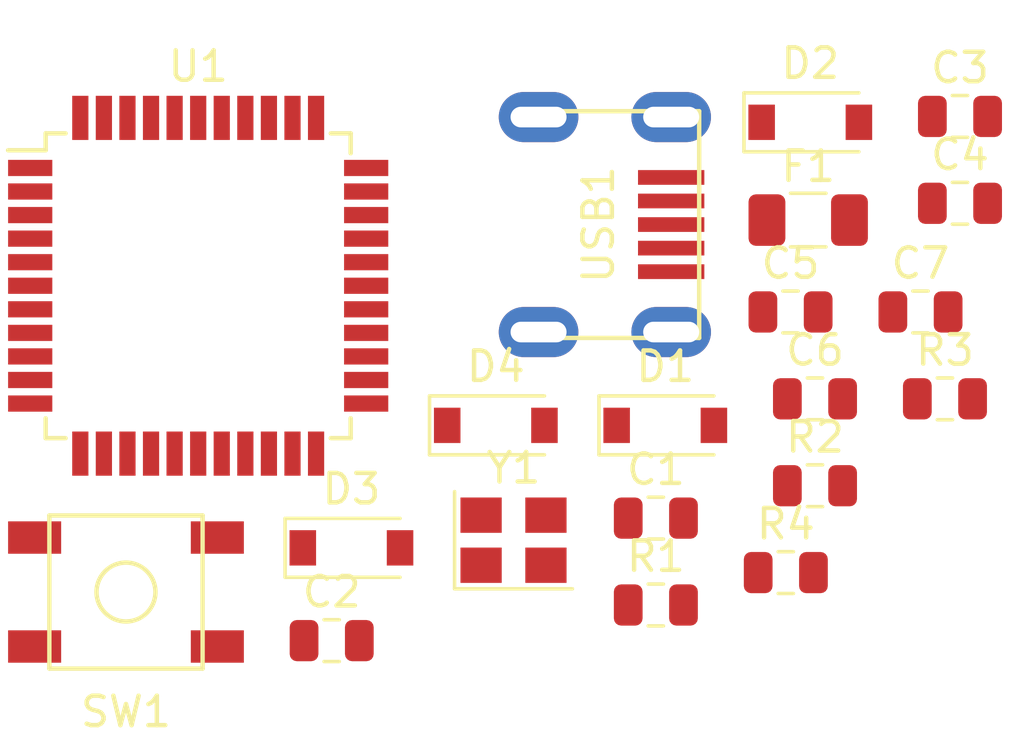
<source format=kicad_pcb>
(kicad_pcb (version 20171130) (host pcbnew "(5.1.5)-3")

  (general
    (thickness 1.6)
    (drawings 0)
    (tracks 0)
    (zones 0)
    (modules 20)
    (nets 47)
  )

  (page A4)
  (layers
    (0 F.Cu signal)
    (31 B.Cu signal)
    (32 B.Adhes user)
    (33 F.Adhes user)
    (34 B.Paste user)
    (35 F.Paste user)
    (36 B.SilkS user)
    (37 F.SilkS user)
    (38 B.Mask user)
    (39 F.Mask user)
    (40 Dwgs.User user)
    (41 Cmts.User user)
    (42 Eco1.User user)
    (43 Eco2.User user)
    (44 Edge.Cuts user)
    (45 Margin user)
    (46 B.CrtYd user)
    (47 F.CrtYd user)
    (48 B.Fab user)
    (49 F.Fab user)
  )

  (setup
    (last_trace_width 0.25)
    (trace_clearance 0.2)
    (zone_clearance 0.508)
    (zone_45_only no)
    (trace_min 0.2)
    (via_size 0.8)
    (via_drill 0.4)
    (via_min_size 0.4)
    (via_min_drill 0.3)
    (uvia_size 0.3)
    (uvia_drill 0.1)
    (uvias_allowed no)
    (uvia_min_size 0.2)
    (uvia_min_drill 0.1)
    (edge_width 0.05)
    (segment_width 0.2)
    (pcb_text_width 0.3)
    (pcb_text_size 1.5 1.5)
    (mod_edge_width 0.12)
    (mod_text_size 1 1)
    (mod_text_width 0.15)
    (pad_size 1.524 1.524)
    (pad_drill 0.762)
    (pad_to_mask_clearance 0.051)
    (solder_mask_min_width 0.25)
    (aux_axis_origin 0 0)
    (visible_elements FFFFFF7F)
    (pcbplotparams
      (layerselection 0x010fc_ffffffff)
      (usegerberextensions false)
      (usegerberattributes false)
      (usegerberadvancedattributes false)
      (creategerberjobfile false)
      (excludeedgelayer true)
      (linewidth 0.100000)
      (plotframeref false)
      (viasonmask false)
      (mode 1)
      (useauxorigin false)
      (hpglpennumber 1)
      (hpglpenspeed 20)
      (hpglpendiameter 15.000000)
      (psnegative false)
      (psa4output false)
      (plotreference true)
      (plotvalue true)
      (plotinvisibletext false)
      (padsonsilk false)
      (subtractmaskfromsilk false)
      (outputformat 1)
      (mirror false)
      (drillshape 1)
      (scaleselection 1)
      (outputdirectory ""))
  )

  (net 0 "")
  (net 1 GND)
  (net 2 "Net-(C1-Pad1)")
  (net 3 "Net-(C2-Pad1)")
  (net 4 "Net-(C3-Pad1)")
  (net 5 +5V)
  (net 6 "Net-(D1-Pad2)")
  (net 7 ROW0)
  (net 8 "Net-(D2-Pad2)")
  (net 9 "Net-(D3-Pad2)")
  (net 10 ROW1)
  (net 11 "Net-(D4-Pad2)")
  (net 12 VCC)
  (net 13 "Net-(R1-Pad2)")
  (net 14 "Net-(R2-Pad2)")
  (net 15 D+)
  (net 16 "Net-(R3-Pad2)")
  (net 17 D-)
  (net 18 "Net-(R4-Pad2)")
  (net 19 "Net-(U1-Pad42)")
  (net 20 "Net-(U1-Pad41)")
  (net 21 "Net-(U1-Pad40)")
  (net 22 "Net-(U1-Pad39)")
  (net 23 "Net-(U1-Pad38)")
  (net 24 "Net-(U1-Pad37)")
  (net 25 "Net-(U1-Pad36)")
  (net 26 "Net-(U1-Pad32)")
  (net 27 "Net-(U1-Pad31)")
  (net 28 "Net-(U1-Pad30)")
  (net 29 "Net-(U1-Pad29)")
  (net 30 "Net-(U1-Pad28)")
  (net 31 "Net-(U1-Pad27)")
  (net 32 "Net-(U1-Pad26)")
  (net 33 "Net-(U1-Pad25)")
  (net 34 "Net-(U1-Pad22)")
  (net 35 "Net-(U1-Pad21)")
  (net 36 "Net-(U1-Pad20)")
  (net 37 "Net-(U1-Pad19)")
  (net 38 "Net-(U1-Pad18)")
  (net 39 "Net-(U1-Pad12)")
  (net 40 "Net-(U1-Pad11)")
  (net 41 "Net-(U1-Pad10)")
  (net 42 "Net-(U1-Pad9)")
  (net 43 "Net-(U1-Pad8)")
  (net 44 "Net-(U1-Pad1)")
  (net 45 "Net-(USB1-Pad5)")
  (net 46 "Net-(USB1-Pad2)")

  (net_class Default "This is the default net class."
    (clearance 0.2)
    (trace_width 0.25)
    (via_dia 0.8)
    (via_drill 0.4)
    (uvia_dia 0.3)
    (uvia_drill 0.1)
    (add_net +5V)
    (add_net D+)
    (add_net D-)
    (add_net GND)
    (add_net "Net-(C1-Pad1)")
    (add_net "Net-(C2-Pad1)")
    (add_net "Net-(C3-Pad1)")
    (add_net "Net-(D1-Pad2)")
    (add_net "Net-(D2-Pad2)")
    (add_net "Net-(D3-Pad2)")
    (add_net "Net-(D4-Pad2)")
    (add_net "Net-(R1-Pad2)")
    (add_net "Net-(R2-Pad2)")
    (add_net "Net-(R3-Pad2)")
    (add_net "Net-(R4-Pad2)")
    (add_net "Net-(U1-Pad1)")
    (add_net "Net-(U1-Pad10)")
    (add_net "Net-(U1-Pad11)")
    (add_net "Net-(U1-Pad12)")
    (add_net "Net-(U1-Pad18)")
    (add_net "Net-(U1-Pad19)")
    (add_net "Net-(U1-Pad20)")
    (add_net "Net-(U1-Pad21)")
    (add_net "Net-(U1-Pad22)")
    (add_net "Net-(U1-Pad25)")
    (add_net "Net-(U1-Pad26)")
    (add_net "Net-(U1-Pad27)")
    (add_net "Net-(U1-Pad28)")
    (add_net "Net-(U1-Pad29)")
    (add_net "Net-(U1-Pad30)")
    (add_net "Net-(U1-Pad31)")
    (add_net "Net-(U1-Pad32)")
    (add_net "Net-(U1-Pad36)")
    (add_net "Net-(U1-Pad37)")
    (add_net "Net-(U1-Pad38)")
    (add_net "Net-(U1-Pad39)")
    (add_net "Net-(U1-Pad40)")
    (add_net "Net-(U1-Pad41)")
    (add_net "Net-(U1-Pad42)")
    (add_net "Net-(U1-Pad8)")
    (add_net "Net-(U1-Pad9)")
    (add_net "Net-(USB1-Pad2)")
    (add_net "Net-(USB1-Pad5)")
    (add_net ROW0)
    (add_net ROW1)
    (add_net VCC)
  )

  (module Crystal:Crystal_SMD_3225-4Pin_3.2x2.5mm (layer F.Cu) (tedit 5A0FD1B2) (tstamp 5E74C16E)
    (at 324.606251 93.152501)
    (descr "SMD Crystal SERIES SMD3225/4 http://www.txccrystal.com/images/pdf/7m-accuracy.pdf, 3.2x2.5mm^2 package")
    (tags "SMD SMT crystal")
    (path /5E755EF1)
    (attr smd)
    (fp_text reference Y1 (at 0 -2.45) (layer F.SilkS)
      (effects (font (size 1 1) (thickness 0.15)))
    )
    (fp_text value 16Mhz (at 0 2.45) (layer F.Fab)
      (effects (font (size 1 1) (thickness 0.15)))
    )
    (fp_line (start 2.1 -1.7) (end -2.1 -1.7) (layer F.CrtYd) (width 0.05))
    (fp_line (start 2.1 1.7) (end 2.1 -1.7) (layer F.CrtYd) (width 0.05))
    (fp_line (start -2.1 1.7) (end 2.1 1.7) (layer F.CrtYd) (width 0.05))
    (fp_line (start -2.1 -1.7) (end -2.1 1.7) (layer F.CrtYd) (width 0.05))
    (fp_line (start -2 1.65) (end 2 1.65) (layer F.SilkS) (width 0.12))
    (fp_line (start -2 -1.65) (end -2 1.65) (layer F.SilkS) (width 0.12))
    (fp_line (start -1.6 0.25) (end -0.6 1.25) (layer F.Fab) (width 0.1))
    (fp_line (start 1.6 -1.25) (end -1.6 -1.25) (layer F.Fab) (width 0.1))
    (fp_line (start 1.6 1.25) (end 1.6 -1.25) (layer F.Fab) (width 0.1))
    (fp_line (start -1.6 1.25) (end 1.6 1.25) (layer F.Fab) (width 0.1))
    (fp_line (start -1.6 -1.25) (end -1.6 1.25) (layer F.Fab) (width 0.1))
    (fp_text user %R (at 0 0) (layer F.Fab)
      (effects (font (size 0.7 0.7) (thickness 0.105)))
    )
    (pad 4 smd rect (at -1.1 -0.85) (size 1.4 1.2) (layers F.Cu F.Paste F.Mask)
      (net 1 GND))
    (pad 3 smd rect (at 1.1 -0.85) (size 1.4 1.2) (layers F.Cu F.Paste F.Mask)
      (net 3 "Net-(C2-Pad1)"))
    (pad 2 smd rect (at 1.1 0.85) (size 1.4 1.2) (layers F.Cu F.Paste F.Mask)
      (net 1 GND))
    (pad 1 smd rect (at -1.1 0.85) (size 1.4 1.2) (layers F.Cu F.Paste F.Mask)
      (net 2 "Net-(C1-Pad1)"))
    (model ${KISYS3DMOD}/Crystal.3dshapes/Crystal_SMD_3225-4Pin_3.2x2.5mm.wrl
      (at (xyz 0 0 0))
      (scale (xyz 1 1 1))
      (rotate (xyz 0 0 0))
    )
  )

  (module random-keyboard-parts:Molex-0548190589 (layer F.Cu) (tedit 5C494815) (tstamp 5E74C045)
    (at 325.456251 82.434501)
    (path /5E782A86)
    (attr smd)
    (fp_text reference USB1 (at 2.032 0 90) (layer F.SilkS)
      (effects (font (size 1 1) (thickness 0.15)))
    )
    (fp_text value Molex-0548190589 (at -5.08 0 90) (layer Dwgs.User)
      (effects (font (size 1 1) (thickness 0.15)))
    )
    (fp_text user %R (at 2 0 90) (layer F.CrtYd)
      (effects (font (size 1 1) (thickness 0.15)))
    )
    (fp_line (start 3.25 -1.25) (end 5.5 -1.25) (layer F.CrtYd) (width 0.15))
    (fp_line (start 5.5 -0.5) (end 3.25 -0.5) (layer F.CrtYd) (width 0.15))
    (fp_line (start 3.25 0.5) (end 5.5 0.5) (layer F.CrtYd) (width 0.15))
    (fp_line (start 5.5 1.25) (end 3.25 1.25) (layer F.CrtYd) (width 0.15))
    (fp_line (start 3.25 2) (end 5.5 2) (layer F.CrtYd) (width 0.15))
    (fp_line (start 3.25 -2) (end 3.25 2) (layer F.CrtYd) (width 0.15))
    (fp_line (start 5.5 -2) (end 3.25 -2) (layer F.CrtYd) (width 0.15))
    (fp_line (start -3.75 3.75) (end -3.75 -3.75) (layer F.CrtYd) (width 0.15))
    (fp_line (start 5.5 3.75) (end -3.75 3.75) (layer F.CrtYd) (width 0.15))
    (fp_line (start 5.5 -3.75) (end 5.5 3.75) (layer F.CrtYd) (width 0.15))
    (fp_line (start -3.75 -3.75) (end 5.5 -3.75) (layer F.CrtYd) (width 0.15))
    (fp_line (start 0 -3.85) (end 5.45 -3.85) (layer F.SilkS) (width 0.15))
    (fp_line (start 0 3.85) (end 5.45 3.85) (layer F.SilkS) (width 0.15))
    (fp_line (start 5.45 -3.85) (end 5.45 3.85) (layer F.SilkS) (width 0.15))
    (fp_line (start -3.75 -3.85) (end 0 -3.85) (layer Dwgs.User) (width 0.15))
    (fp_line (start -3.75 3.85) (end 0 3.85) (layer Dwgs.User) (width 0.15))
    (fp_line (start -1.75 -4.572) (end -1.75 4.572) (layer Dwgs.User) (width 0.15))
    (fp_line (start -3.75 -3.85) (end -3.75 3.85) (layer Dwgs.User) (width 0.15))
    (pad 6 thru_hole oval (at 0 -3.65) (size 2.7 1.7) (drill oval 1.9 0.7) (layers *.Cu *.Mask)
      (net 12 VCC))
    (pad 6 thru_hole oval (at 0 3.65) (size 2.7 1.7) (drill oval 1.9 0.7) (layers *.Cu *.Mask)
      (net 12 VCC))
    (pad 6 thru_hole oval (at 4.5 3.65) (size 2.7 1.7) (drill oval 1.9 0.7) (layers *.Cu *.Mask)
      (net 12 VCC))
    (pad 6 thru_hole oval (at 4.5 -3.65) (size 2.7 1.7) (drill oval 1.9 0.7) (layers *.Cu *.Mask)
      (net 12 VCC))
    (pad 5 smd rect (at 4.5 -1.6) (size 2.25 0.5) (layers F.Cu F.Paste F.Mask)
      (net 45 "Net-(USB1-Pad5)"))
    (pad 4 smd rect (at 4.5 -0.8) (size 2.25 0.5) (layers F.Cu F.Paste F.Mask)
      (net 17 D-))
    (pad 3 smd rect (at 4.5 0) (size 2.25 0.5) (layers F.Cu F.Paste F.Mask)
      (net 15 D+))
    (pad 2 smd rect (at 4.5 0.8) (size 2.25 0.5) (layers F.Cu F.Paste F.Mask)
      (net 46 "Net-(USB1-Pad2)"))
    (pad 1 smd rect (at 4.5 1.6) (size 2.25 0.5) (layers F.Cu F.Paste F.Mask)
      (net 1 GND))
  )

  (module Package_QFP:TQFP-44_10x10mm_P0.8mm (layer F.Cu) (tedit 5A02F146) (tstamp 5E74C27E)
    (at 313.906251 84.512501)
    (descr "44-Lead Plastic Thin Quad Flatpack (PT) - 10x10x1.0 mm Body [TQFP] (see Microchip Packaging Specification 00000049BS.pdf)")
    (tags "QFP 0.8")
    (path /5E7458E4)
    (attr smd)
    (fp_text reference U1 (at 0 -7.45) (layer F.SilkS)
      (effects (font (size 1 1) (thickness 0.15)))
    )
    (fp_text value ATmega32U4-AU (at 0 7.45) (layer F.Fab)
      (effects (font (size 1 1) (thickness 0.15)))
    )
    (fp_line (start -5.175 -4.6) (end -6.45 -4.6) (layer F.SilkS) (width 0.15))
    (fp_line (start 5.175 -5.175) (end 4.5 -5.175) (layer F.SilkS) (width 0.15))
    (fp_line (start 5.175 5.175) (end 4.5 5.175) (layer F.SilkS) (width 0.15))
    (fp_line (start -5.175 5.175) (end -4.5 5.175) (layer F.SilkS) (width 0.15))
    (fp_line (start -5.175 -5.175) (end -4.5 -5.175) (layer F.SilkS) (width 0.15))
    (fp_line (start -5.175 5.175) (end -5.175 4.5) (layer F.SilkS) (width 0.15))
    (fp_line (start 5.175 5.175) (end 5.175 4.5) (layer F.SilkS) (width 0.15))
    (fp_line (start 5.175 -5.175) (end 5.175 -4.5) (layer F.SilkS) (width 0.15))
    (fp_line (start -5.175 -5.175) (end -5.175 -4.6) (layer F.SilkS) (width 0.15))
    (fp_line (start -6.7 6.7) (end 6.7 6.7) (layer F.CrtYd) (width 0.05))
    (fp_line (start -6.7 -6.7) (end 6.7 -6.7) (layer F.CrtYd) (width 0.05))
    (fp_line (start 6.7 -6.7) (end 6.7 6.7) (layer F.CrtYd) (width 0.05))
    (fp_line (start -6.7 -6.7) (end -6.7 6.7) (layer F.CrtYd) (width 0.05))
    (fp_line (start -5 -4) (end -4 -5) (layer F.Fab) (width 0.15))
    (fp_line (start -5 5) (end -5 -4) (layer F.Fab) (width 0.15))
    (fp_line (start 5 5) (end -5 5) (layer F.Fab) (width 0.15))
    (fp_line (start 5 -5) (end 5 5) (layer F.Fab) (width 0.15))
    (fp_line (start -4 -5) (end 5 -5) (layer F.Fab) (width 0.15))
    (fp_text user %R (at 0 0) (layer F.Fab)
      (effects (font (size 1 1) (thickness 0.15)))
    )
    (pad 44 smd rect (at -4 -5.7 90) (size 1.5 0.55) (layers F.Cu F.Paste F.Mask)
      (net 5 +5V))
    (pad 43 smd rect (at -3.2 -5.7 90) (size 1.5 0.55) (layers F.Cu F.Paste F.Mask)
      (net 1 GND))
    (pad 42 smd rect (at -2.4 -5.7 90) (size 1.5 0.55) (layers F.Cu F.Paste F.Mask)
      (net 19 "Net-(U1-Pad42)"))
    (pad 41 smd rect (at -1.6 -5.7 90) (size 1.5 0.55) (layers F.Cu F.Paste F.Mask)
      (net 20 "Net-(U1-Pad41)"))
    (pad 40 smd rect (at -0.8 -5.7 90) (size 1.5 0.55) (layers F.Cu F.Paste F.Mask)
      (net 21 "Net-(U1-Pad40)"))
    (pad 39 smd rect (at 0 -5.7 90) (size 1.5 0.55) (layers F.Cu F.Paste F.Mask)
      (net 22 "Net-(U1-Pad39)"))
    (pad 38 smd rect (at 0.8 -5.7 90) (size 1.5 0.55) (layers F.Cu F.Paste F.Mask)
      (net 23 "Net-(U1-Pad38)"))
    (pad 37 smd rect (at 1.6 -5.7 90) (size 1.5 0.55) (layers F.Cu F.Paste F.Mask)
      (net 24 "Net-(U1-Pad37)"))
    (pad 36 smd rect (at 2.4 -5.7 90) (size 1.5 0.55) (layers F.Cu F.Paste F.Mask)
      (net 25 "Net-(U1-Pad36)"))
    (pad 35 smd rect (at 3.2 -5.7 90) (size 1.5 0.55) (layers F.Cu F.Paste F.Mask)
      (net 1 GND))
    (pad 34 smd rect (at 4 -5.7 90) (size 1.5 0.55) (layers F.Cu F.Paste F.Mask)
      (net 5 +5V))
    (pad 33 smd rect (at 5.7 -4) (size 1.5 0.55) (layers F.Cu F.Paste F.Mask)
      (net 18 "Net-(R4-Pad2)"))
    (pad 32 smd rect (at 5.7 -3.2) (size 1.5 0.55) (layers F.Cu F.Paste F.Mask)
      (net 26 "Net-(U1-Pad32)"))
    (pad 31 smd rect (at 5.7 -2.4) (size 1.5 0.55) (layers F.Cu F.Paste F.Mask)
      (net 27 "Net-(U1-Pad31)"))
    (pad 30 smd rect (at 5.7 -1.6) (size 1.5 0.55) (layers F.Cu F.Paste F.Mask)
      (net 28 "Net-(U1-Pad30)"))
    (pad 29 smd rect (at 5.7 -0.8) (size 1.5 0.55) (layers F.Cu F.Paste F.Mask)
      (net 29 "Net-(U1-Pad29)"))
    (pad 28 smd rect (at 5.7 0) (size 1.5 0.55) (layers F.Cu F.Paste F.Mask)
      (net 30 "Net-(U1-Pad28)"))
    (pad 27 smd rect (at 5.7 0.8) (size 1.5 0.55) (layers F.Cu F.Paste F.Mask)
      (net 31 "Net-(U1-Pad27)"))
    (pad 26 smd rect (at 5.7 1.6) (size 1.5 0.55) (layers F.Cu F.Paste F.Mask)
      (net 32 "Net-(U1-Pad26)"))
    (pad 25 smd rect (at 5.7 2.4) (size 1.5 0.55) (layers F.Cu F.Paste F.Mask)
      (net 33 "Net-(U1-Pad25)"))
    (pad 24 smd rect (at 5.7 3.2) (size 1.5 0.55) (layers F.Cu F.Paste F.Mask)
      (net 5 +5V))
    (pad 23 smd rect (at 5.7 4) (size 1.5 0.55) (layers F.Cu F.Paste F.Mask)
      (net 1 GND))
    (pad 22 smd rect (at 4 5.7 90) (size 1.5 0.55) (layers F.Cu F.Paste F.Mask)
      (net 34 "Net-(U1-Pad22)"))
    (pad 21 smd rect (at 3.2 5.7 90) (size 1.5 0.55) (layers F.Cu F.Paste F.Mask)
      (net 35 "Net-(U1-Pad21)"))
    (pad 20 smd rect (at 2.4 5.7 90) (size 1.5 0.55) (layers F.Cu F.Paste F.Mask)
      (net 36 "Net-(U1-Pad20)"))
    (pad 19 smd rect (at 1.6 5.7 90) (size 1.5 0.55) (layers F.Cu F.Paste F.Mask)
      (net 37 "Net-(U1-Pad19)"))
    (pad 18 smd rect (at 0.8 5.7 90) (size 1.5 0.55) (layers F.Cu F.Paste F.Mask)
      (net 38 "Net-(U1-Pad18)"))
    (pad 17 smd rect (at 0 5.7 90) (size 1.5 0.55) (layers F.Cu F.Paste F.Mask)
      (net 2 "Net-(C1-Pad1)"))
    (pad 16 smd rect (at -0.8 5.7 90) (size 1.5 0.55) (layers F.Cu F.Paste F.Mask)
      (net 3 "Net-(C2-Pad1)"))
    (pad 15 smd rect (at -1.6 5.7 90) (size 1.5 0.55) (layers F.Cu F.Paste F.Mask)
      (net 1 GND))
    (pad 14 smd rect (at -2.4 5.7 90) (size 1.5 0.55) (layers F.Cu F.Paste F.Mask)
      (net 5 +5V))
    (pad 13 smd rect (at -3.2 5.7 90) (size 1.5 0.55) (layers F.Cu F.Paste F.Mask)
      (net 13 "Net-(R1-Pad2)"))
    (pad 12 smd rect (at -4 5.7 90) (size 1.5 0.55) (layers F.Cu F.Paste F.Mask)
      (net 39 "Net-(U1-Pad12)"))
    (pad 11 smd rect (at -5.7 4) (size 1.5 0.55) (layers F.Cu F.Paste F.Mask)
      (net 40 "Net-(U1-Pad11)"))
    (pad 10 smd rect (at -5.7 3.2) (size 1.5 0.55) (layers F.Cu F.Paste F.Mask)
      (net 41 "Net-(U1-Pad10)"))
    (pad 9 smd rect (at -5.7 2.4) (size 1.5 0.55) (layers F.Cu F.Paste F.Mask)
      (net 42 "Net-(U1-Pad9)"))
    (pad 8 smd rect (at -5.7 1.6) (size 1.5 0.55) (layers F.Cu F.Paste F.Mask)
      (net 43 "Net-(U1-Pad8)"))
    (pad 7 smd rect (at -5.7 0.8) (size 1.5 0.55) (layers F.Cu F.Paste F.Mask)
      (net 5 +5V))
    (pad 6 smd rect (at -5.7 0) (size 1.5 0.55) (layers F.Cu F.Paste F.Mask)
      (net 4 "Net-(C3-Pad1)"))
    (pad 5 smd rect (at -5.7 -0.8) (size 1.5 0.55) (layers F.Cu F.Paste F.Mask)
      (net 1 GND))
    (pad 4 smd rect (at -5.7 -1.6) (size 1.5 0.55) (layers F.Cu F.Paste F.Mask)
      (net 14 "Net-(R2-Pad2)"))
    (pad 3 smd rect (at -5.7 -2.4) (size 1.5 0.55) (layers F.Cu F.Paste F.Mask)
      (net 16 "Net-(R3-Pad2)"))
    (pad 2 smd rect (at -5.7 -3.2) (size 1.5 0.55) (layers F.Cu F.Paste F.Mask)
      (net 5 +5V))
    (pad 1 smd rect (at -5.7 -4) (size 1.5 0.55) (layers F.Cu F.Paste F.Mask)
      (net 44 "Net-(U1-Pad1)"))
    (model ${KISYS3DMOD}/Package_QFP.3dshapes/TQFP-44_10x10mm_P0.8mm.wrl
      (at (xyz 0 0 0))
      (scale (xyz 1 1 1))
      (rotate (xyz 0 0 0))
    )
  )

  (module random-keyboard-parts:SKQG-1155865 (layer F.Cu) (tedit 5C42C5DE) (tstamp 5E74C31F)
    (at 311.456251 94.912501)
    (path /5E76291E)
    (attr smd)
    (fp_text reference SW1 (at 0 4.064) (layer F.SilkS)
      (effects (font (size 1 1) (thickness 0.15)))
    )
    (fp_text value SW_Push (at 0 -4.064) (layer F.Fab)
      (effects (font (size 1 1) (thickness 0.15)))
    )
    (fp_line (start -2.6 -2.6) (end 2.6 -2.6) (layer F.SilkS) (width 0.15))
    (fp_line (start 2.6 -2.6) (end 2.6 2.6) (layer F.SilkS) (width 0.15))
    (fp_line (start 2.6 2.6) (end -2.6 2.6) (layer F.SilkS) (width 0.15))
    (fp_line (start -2.6 2.6) (end -2.6 -2.6) (layer F.SilkS) (width 0.15))
    (fp_circle (center 0 0) (end 1 0) (layer F.SilkS) (width 0.15))
    (fp_line (start -4.2 -2.6) (end 4.2 -2.6) (layer F.Fab) (width 0.15))
    (fp_line (start 4.2 -2.6) (end 4.2 -1.2) (layer F.Fab) (width 0.15))
    (fp_line (start 4.2 -1.1) (end 2.6 -1.1) (layer F.Fab) (width 0.15))
    (fp_line (start 2.6 -1.1) (end 2.6 1.1) (layer F.Fab) (width 0.15))
    (fp_line (start 2.6 1.1) (end 4.2 1.1) (layer F.Fab) (width 0.15))
    (fp_line (start 4.2 1.1) (end 4.2 2.6) (layer F.Fab) (width 0.15))
    (fp_line (start 4.2 2.6) (end -4.2 2.6) (layer F.Fab) (width 0.15))
    (fp_line (start -4.2 2.6) (end -4.2 1.1) (layer F.Fab) (width 0.15))
    (fp_line (start -4.2 1.1) (end -2.6 1.1) (layer F.Fab) (width 0.15))
    (fp_line (start -2.6 1.1) (end -2.6 -1.1) (layer F.Fab) (width 0.15))
    (fp_line (start -2.6 -1.1) (end -4.2 -1.1) (layer F.Fab) (width 0.15))
    (fp_line (start -4.2 -1.1) (end -4.2 -2.6) (layer F.Fab) (width 0.15))
    (fp_circle (center 0 0) (end 1 0) (layer F.Fab) (width 0.15))
    (fp_line (start -2.6 -1.1) (end -1.1 -2.6) (layer F.Fab) (width 0.15))
    (fp_line (start 2.6 -1.1) (end 1.1 -2.6) (layer F.Fab) (width 0.15))
    (fp_line (start 2.6 1.1) (end 1.1 2.6) (layer F.Fab) (width 0.15))
    (fp_line (start -2.6 1.1) (end -1.1 2.6) (layer F.Fab) (width 0.15))
    (pad 4 smd rect (at -3.1 1.85) (size 1.8 1.1) (layers F.Cu F.Paste F.Mask))
    (pad 3 smd rect (at 3.1 -1.85) (size 1.8 1.1) (layers F.Cu F.Paste F.Mask))
    (pad 2 smd rect (at -3.1 -1.85) (size 1.8 1.1) (layers F.Cu F.Paste F.Mask)
      (net 13 "Net-(R1-Pad2)"))
    (pad 1 smd rect (at 3.1 1.85) (size 1.8 1.1) (layers F.Cu F.Paste F.Mask)
      (net 1 GND))
  )

  (module Resistor_SMD:R_0805_2012Metric (layer F.Cu) (tedit 5B36C52B) (tstamp 5E74C093)
    (at 333.846251 94.252501)
    (descr "Resistor SMD 0805 (2012 Metric), square (rectangular) end terminal, IPC_7351 nominal, (Body size source: https://docs.google.com/spreadsheets/d/1BsfQQcO9C6DZCsRaXUlFlo91Tg2WpOkGARC1WS5S8t0/edit?usp=sharing), generated with kicad-footprint-generator")
    (tags resistor)
    (path /5E74BEE0)
    (attr smd)
    (fp_text reference R4 (at 0 -1.65) (layer F.SilkS)
      (effects (font (size 1 1) (thickness 0.15)))
    )
    (fp_text value 10k (at 0 1.65) (layer F.Fab)
      (effects (font (size 1 1) (thickness 0.15)))
    )
    (fp_text user %R (at 0 0) (layer F.Fab)
      (effects (font (size 0.5 0.5) (thickness 0.08)))
    )
    (fp_line (start 1.68 0.95) (end -1.68 0.95) (layer F.CrtYd) (width 0.05))
    (fp_line (start 1.68 -0.95) (end 1.68 0.95) (layer F.CrtYd) (width 0.05))
    (fp_line (start -1.68 -0.95) (end 1.68 -0.95) (layer F.CrtYd) (width 0.05))
    (fp_line (start -1.68 0.95) (end -1.68 -0.95) (layer F.CrtYd) (width 0.05))
    (fp_line (start -0.258578 0.71) (end 0.258578 0.71) (layer F.SilkS) (width 0.12))
    (fp_line (start -0.258578 -0.71) (end 0.258578 -0.71) (layer F.SilkS) (width 0.12))
    (fp_line (start 1 0.6) (end -1 0.6) (layer F.Fab) (width 0.1))
    (fp_line (start 1 -0.6) (end 1 0.6) (layer F.Fab) (width 0.1))
    (fp_line (start -1 -0.6) (end 1 -0.6) (layer F.Fab) (width 0.1))
    (fp_line (start -1 0.6) (end -1 -0.6) (layer F.Fab) (width 0.1))
    (pad 2 smd roundrect (at 0.9375 0) (size 0.975 1.4) (layers F.Cu F.Paste F.Mask) (roundrect_rratio 0.25)
      (net 18 "Net-(R4-Pad2)"))
    (pad 1 smd roundrect (at -0.9375 0) (size 0.975 1.4) (layers F.Cu F.Paste F.Mask) (roundrect_rratio 0.25)
      (net 1 GND))
    (model ${KISYS3DMOD}/Resistor_SMD.3dshapes/R_0805_2012Metric.wrl
      (at (xyz 0 0 0))
      (scale (xyz 1 1 1))
      (rotate (xyz 0 0 0))
    )
  )

  (module Resistor_SMD:R_0805_2012Metric (layer F.Cu) (tedit 5B36C52B) (tstamp 5E74C369)
    (at 339.246251 88.352501)
    (descr "Resistor SMD 0805 (2012 Metric), square (rectangular) end terminal, IPC_7351 nominal, (Body size source: https://docs.google.com/spreadsheets/d/1BsfQQcO9C6DZCsRaXUlFlo91Tg2WpOkGARC1WS5S8t0/edit?usp=sharing), generated with kicad-footprint-generator")
    (tags resistor)
    (path /5E76DF04)
    (attr smd)
    (fp_text reference R3 (at 0 -1.65) (layer F.SilkS)
      (effects (font (size 1 1) (thickness 0.15)))
    )
    (fp_text value 22 (at 0 1.65) (layer F.Fab)
      (effects (font (size 1 1) (thickness 0.15)))
    )
    (fp_text user %R (at 0 0) (layer F.Fab)
      (effects (font (size 0.5 0.5) (thickness 0.08)))
    )
    (fp_line (start 1.68 0.95) (end -1.68 0.95) (layer F.CrtYd) (width 0.05))
    (fp_line (start 1.68 -0.95) (end 1.68 0.95) (layer F.CrtYd) (width 0.05))
    (fp_line (start -1.68 -0.95) (end 1.68 -0.95) (layer F.CrtYd) (width 0.05))
    (fp_line (start -1.68 0.95) (end -1.68 -0.95) (layer F.CrtYd) (width 0.05))
    (fp_line (start -0.258578 0.71) (end 0.258578 0.71) (layer F.SilkS) (width 0.12))
    (fp_line (start -0.258578 -0.71) (end 0.258578 -0.71) (layer F.SilkS) (width 0.12))
    (fp_line (start 1 0.6) (end -1 0.6) (layer F.Fab) (width 0.1))
    (fp_line (start 1 -0.6) (end 1 0.6) (layer F.Fab) (width 0.1))
    (fp_line (start -1 -0.6) (end 1 -0.6) (layer F.Fab) (width 0.1))
    (fp_line (start -1 0.6) (end -1 -0.6) (layer F.Fab) (width 0.1))
    (pad 2 smd roundrect (at 0.9375 0) (size 0.975 1.4) (layers F.Cu F.Paste F.Mask) (roundrect_rratio 0.25)
      (net 16 "Net-(R3-Pad2)"))
    (pad 1 smd roundrect (at -0.9375 0) (size 0.975 1.4) (layers F.Cu F.Paste F.Mask) (roundrect_rratio 0.25)
      (net 17 D-))
    (model ${KISYS3DMOD}/Resistor_SMD.3dshapes/R_0805_2012Metric.wrl
      (at (xyz 0 0 0))
      (scale (xyz 1 1 1))
      (rotate (xyz 0 0 0))
    )
  )

  (module Resistor_SMD:R_0805_2012Metric (layer F.Cu) (tedit 5B36C52B) (tstamp 5E74C3C9)
    (at 334.836251 91.302501)
    (descr "Resistor SMD 0805 (2012 Metric), square (rectangular) end terminal, IPC_7351 nominal, (Body size source: https://docs.google.com/spreadsheets/d/1BsfQQcO9C6DZCsRaXUlFlo91Tg2WpOkGARC1WS5S8t0/edit?usp=sharing), generated with kicad-footprint-generator")
    (tags resistor)
    (path /5E76D4DE)
    (attr smd)
    (fp_text reference R2 (at 0 -1.65) (layer F.SilkS)
      (effects (font (size 1 1) (thickness 0.15)))
    )
    (fp_text value 22 (at 0 1.65) (layer F.Fab)
      (effects (font (size 1 1) (thickness 0.15)))
    )
    (fp_text user %R (at 0 0) (layer F.Fab)
      (effects (font (size 0.5 0.5) (thickness 0.08)))
    )
    (fp_line (start 1.68 0.95) (end -1.68 0.95) (layer F.CrtYd) (width 0.05))
    (fp_line (start 1.68 -0.95) (end 1.68 0.95) (layer F.CrtYd) (width 0.05))
    (fp_line (start -1.68 -0.95) (end 1.68 -0.95) (layer F.CrtYd) (width 0.05))
    (fp_line (start -1.68 0.95) (end -1.68 -0.95) (layer F.CrtYd) (width 0.05))
    (fp_line (start -0.258578 0.71) (end 0.258578 0.71) (layer F.SilkS) (width 0.12))
    (fp_line (start -0.258578 -0.71) (end 0.258578 -0.71) (layer F.SilkS) (width 0.12))
    (fp_line (start 1 0.6) (end -1 0.6) (layer F.Fab) (width 0.1))
    (fp_line (start 1 -0.6) (end 1 0.6) (layer F.Fab) (width 0.1))
    (fp_line (start -1 -0.6) (end 1 -0.6) (layer F.Fab) (width 0.1))
    (fp_line (start -1 0.6) (end -1 -0.6) (layer F.Fab) (width 0.1))
    (pad 2 smd roundrect (at 0.9375 0) (size 0.975 1.4) (layers F.Cu F.Paste F.Mask) (roundrect_rratio 0.25)
      (net 14 "Net-(R2-Pad2)"))
    (pad 1 smd roundrect (at -0.9375 0) (size 0.975 1.4) (layers F.Cu F.Paste F.Mask) (roundrect_rratio 0.25)
      (net 15 D+))
    (model ${KISYS3DMOD}/Resistor_SMD.3dshapes/R_0805_2012Metric.wrl
      (at (xyz 0 0 0))
      (scale (xyz 1 1 1))
      (rotate (xyz 0 0 0))
    )
  )

  (module Resistor_SMD:R_0805_2012Metric (layer F.Cu) (tedit 5B36C52B) (tstamp 5E74C429)
    (at 329.436251 95.352501)
    (descr "Resistor SMD 0805 (2012 Metric), square (rectangular) end terminal, IPC_7351 nominal, (Body size source: https://docs.google.com/spreadsheets/d/1BsfQQcO9C6DZCsRaXUlFlo91Tg2WpOkGARC1WS5S8t0/edit?usp=sharing), generated with kicad-footprint-generator")
    (tags resistor)
    (path /5E76474C)
    (attr smd)
    (fp_text reference R1 (at 0 -1.65) (layer F.SilkS)
      (effects (font (size 1 1) (thickness 0.15)))
    )
    (fp_text value 10k (at 0 1.65) (layer F.Fab)
      (effects (font (size 1 1) (thickness 0.15)))
    )
    (fp_text user %R (at 0 0) (layer F.Fab)
      (effects (font (size 0.5 0.5) (thickness 0.08)))
    )
    (fp_line (start 1.68 0.95) (end -1.68 0.95) (layer F.CrtYd) (width 0.05))
    (fp_line (start 1.68 -0.95) (end 1.68 0.95) (layer F.CrtYd) (width 0.05))
    (fp_line (start -1.68 -0.95) (end 1.68 -0.95) (layer F.CrtYd) (width 0.05))
    (fp_line (start -1.68 0.95) (end -1.68 -0.95) (layer F.CrtYd) (width 0.05))
    (fp_line (start -0.258578 0.71) (end 0.258578 0.71) (layer F.SilkS) (width 0.12))
    (fp_line (start -0.258578 -0.71) (end 0.258578 -0.71) (layer F.SilkS) (width 0.12))
    (fp_line (start 1 0.6) (end -1 0.6) (layer F.Fab) (width 0.1))
    (fp_line (start 1 -0.6) (end 1 0.6) (layer F.Fab) (width 0.1))
    (fp_line (start -1 -0.6) (end 1 -0.6) (layer F.Fab) (width 0.1))
    (fp_line (start -1 0.6) (end -1 -0.6) (layer F.Fab) (width 0.1))
    (pad 2 smd roundrect (at 0.9375 0) (size 0.975 1.4) (layers F.Cu F.Paste F.Mask) (roundrect_rratio 0.25)
      (net 13 "Net-(R1-Pad2)"))
    (pad 1 smd roundrect (at -0.9375 0) (size 0.975 1.4) (layers F.Cu F.Paste F.Mask) (roundrect_rratio 0.25)
      (net 5 +5V))
    (model ${KISYS3DMOD}/Resistor_SMD.3dshapes/R_0805_2012Metric.wrl
      (at (xyz 0 0 0))
      (scale (xyz 1 1 1))
      (rotate (xyz 0 0 0))
    )
  )

  (module Fuse:Fuse_1206_3216Metric (layer F.Cu) (tedit 5B301BBE) (tstamp 5E74C13B)
    (at 334.606251 82.282501)
    (descr "Fuse SMD 1206 (3216 Metric), square (rectangular) end terminal, IPC_7351 nominal, (Body size source: http://www.tortai-tech.com/upload/download/2011102023233369053.pdf), generated with kicad-footprint-generator")
    (tags resistor)
    (path /5E783D82)
    (attr smd)
    (fp_text reference F1 (at 0 -1.82) (layer F.SilkS)
      (effects (font (size 1 1) (thickness 0.15)))
    )
    (fp_text value 500mA (at 0 1.82) (layer F.Fab)
      (effects (font (size 1 1) (thickness 0.15)))
    )
    (fp_text user %R (at 0 0) (layer F.Fab)
      (effects (font (size 0.8 0.8) (thickness 0.12)))
    )
    (fp_line (start 2.28 1.12) (end -2.28 1.12) (layer F.CrtYd) (width 0.05))
    (fp_line (start 2.28 -1.12) (end 2.28 1.12) (layer F.CrtYd) (width 0.05))
    (fp_line (start -2.28 -1.12) (end 2.28 -1.12) (layer F.CrtYd) (width 0.05))
    (fp_line (start -2.28 1.12) (end -2.28 -1.12) (layer F.CrtYd) (width 0.05))
    (fp_line (start -0.602064 0.91) (end 0.602064 0.91) (layer F.SilkS) (width 0.12))
    (fp_line (start -0.602064 -0.91) (end 0.602064 -0.91) (layer F.SilkS) (width 0.12))
    (fp_line (start 1.6 0.8) (end -1.6 0.8) (layer F.Fab) (width 0.1))
    (fp_line (start 1.6 -0.8) (end 1.6 0.8) (layer F.Fab) (width 0.1))
    (fp_line (start -1.6 -0.8) (end 1.6 -0.8) (layer F.Fab) (width 0.1))
    (fp_line (start -1.6 0.8) (end -1.6 -0.8) (layer F.Fab) (width 0.1))
    (pad 2 smd roundrect (at 1.4 0) (size 1.25 1.75) (layers F.Cu F.Paste F.Mask) (roundrect_rratio 0.2)
      (net 5 +5V))
    (pad 1 smd roundrect (at -1.4 0) (size 1.25 1.75) (layers F.Cu F.Paste F.Mask) (roundrect_rratio 0.2)
      (net 12 VCC))
    (model ${KISYS3DMOD}/Fuse.3dshapes/Fuse_1206_3216Metric.wrl
      (at (xyz 0 0 0))
      (scale (xyz 1 1 1))
      (rotate (xyz 0 0 0))
    )
  )

  (module Diode_SMD:D_SOD-123 (layer F.Cu) (tedit 58645DC7) (tstamp 5E74BF7E)
    (at 324.006251 89.252501)
    (descr SOD-123)
    (tags SOD-123)
    (path /5E792FEE)
    (attr smd)
    (fp_text reference D4 (at 0 -2) (layer F.SilkS)
      (effects (font (size 1 1) (thickness 0.15)))
    )
    (fp_text value SOD-123 (at 0 2.1) (layer F.Fab)
      (effects (font (size 1 1) (thickness 0.15)))
    )
    (fp_line (start -2.25 -1) (end 1.65 -1) (layer F.SilkS) (width 0.12))
    (fp_line (start -2.25 1) (end 1.65 1) (layer F.SilkS) (width 0.12))
    (fp_line (start -2.35 -1.15) (end -2.35 1.15) (layer F.CrtYd) (width 0.05))
    (fp_line (start 2.35 1.15) (end -2.35 1.15) (layer F.CrtYd) (width 0.05))
    (fp_line (start 2.35 -1.15) (end 2.35 1.15) (layer F.CrtYd) (width 0.05))
    (fp_line (start -2.35 -1.15) (end 2.35 -1.15) (layer F.CrtYd) (width 0.05))
    (fp_line (start -1.4 -0.9) (end 1.4 -0.9) (layer F.Fab) (width 0.1))
    (fp_line (start 1.4 -0.9) (end 1.4 0.9) (layer F.Fab) (width 0.1))
    (fp_line (start 1.4 0.9) (end -1.4 0.9) (layer F.Fab) (width 0.1))
    (fp_line (start -1.4 0.9) (end -1.4 -0.9) (layer F.Fab) (width 0.1))
    (fp_line (start -0.75 0) (end -0.35 0) (layer F.Fab) (width 0.1))
    (fp_line (start -0.35 0) (end -0.35 -0.55) (layer F.Fab) (width 0.1))
    (fp_line (start -0.35 0) (end -0.35 0.55) (layer F.Fab) (width 0.1))
    (fp_line (start -0.35 0) (end 0.25 -0.4) (layer F.Fab) (width 0.1))
    (fp_line (start 0.25 -0.4) (end 0.25 0.4) (layer F.Fab) (width 0.1))
    (fp_line (start 0.25 0.4) (end -0.35 0) (layer F.Fab) (width 0.1))
    (fp_line (start 0.25 0) (end 0.75 0) (layer F.Fab) (width 0.1))
    (fp_line (start -2.25 -1) (end -2.25 1) (layer F.SilkS) (width 0.12))
    (fp_text user %R (at 0 -2) (layer F.Fab)
      (effects (font (size 1 1) (thickness 0.15)))
    )
    (pad 2 smd rect (at 1.65 0) (size 0.9 1.2) (layers F.Cu F.Paste F.Mask)
      (net 11 "Net-(D4-Pad2)"))
    (pad 1 smd rect (at -1.65 0) (size 0.9 1.2) (layers F.Cu F.Paste F.Mask)
      (net 10 ROW1))
    (model ${KISYS3DMOD}/Diode_SMD.3dshapes/D_SOD-123.wrl
      (at (xyz 0 0 0))
      (scale (xyz 1 1 1))
      (rotate (xyz 0 0 0))
    )
  )

  (module Diode_SMD:D_SOD-123 (layer F.Cu) (tedit 58645DC7) (tstamp 5E74C1AC)
    (at 319.106251 93.412501)
    (descr SOD-123)
    (tags SOD-123)
    (path /5E792BB5)
    (attr smd)
    (fp_text reference D3 (at 0 -2) (layer F.SilkS)
      (effects (font (size 1 1) (thickness 0.15)))
    )
    (fp_text value SOD-123 (at 0 2.1) (layer F.Fab)
      (effects (font (size 1 1) (thickness 0.15)))
    )
    (fp_line (start -2.25 -1) (end 1.65 -1) (layer F.SilkS) (width 0.12))
    (fp_line (start -2.25 1) (end 1.65 1) (layer F.SilkS) (width 0.12))
    (fp_line (start -2.35 -1.15) (end -2.35 1.15) (layer F.CrtYd) (width 0.05))
    (fp_line (start 2.35 1.15) (end -2.35 1.15) (layer F.CrtYd) (width 0.05))
    (fp_line (start 2.35 -1.15) (end 2.35 1.15) (layer F.CrtYd) (width 0.05))
    (fp_line (start -2.35 -1.15) (end 2.35 -1.15) (layer F.CrtYd) (width 0.05))
    (fp_line (start -1.4 -0.9) (end 1.4 -0.9) (layer F.Fab) (width 0.1))
    (fp_line (start 1.4 -0.9) (end 1.4 0.9) (layer F.Fab) (width 0.1))
    (fp_line (start 1.4 0.9) (end -1.4 0.9) (layer F.Fab) (width 0.1))
    (fp_line (start -1.4 0.9) (end -1.4 -0.9) (layer F.Fab) (width 0.1))
    (fp_line (start -0.75 0) (end -0.35 0) (layer F.Fab) (width 0.1))
    (fp_line (start -0.35 0) (end -0.35 -0.55) (layer F.Fab) (width 0.1))
    (fp_line (start -0.35 0) (end -0.35 0.55) (layer F.Fab) (width 0.1))
    (fp_line (start -0.35 0) (end 0.25 -0.4) (layer F.Fab) (width 0.1))
    (fp_line (start 0.25 -0.4) (end 0.25 0.4) (layer F.Fab) (width 0.1))
    (fp_line (start 0.25 0.4) (end -0.35 0) (layer F.Fab) (width 0.1))
    (fp_line (start 0.25 0) (end 0.75 0) (layer F.Fab) (width 0.1))
    (fp_line (start -2.25 -1) (end -2.25 1) (layer F.SilkS) (width 0.12))
    (fp_text user %R (at 0 -2) (layer F.Fab)
      (effects (font (size 1 1) (thickness 0.15)))
    )
    (pad 2 smd rect (at 1.65 0) (size 0.9 1.2) (layers F.Cu F.Paste F.Mask)
      (net 9 "Net-(D3-Pad2)"))
    (pad 1 smd rect (at -1.65 0) (size 0.9 1.2) (layers F.Cu F.Paste F.Mask)
      (net 10 ROW1))
    (model ${KISYS3DMOD}/Diode_SMD.3dshapes/D_SOD-123.wrl
      (at (xyz 0 0 0))
      (scale (xyz 1 1 1))
      (rotate (xyz 0 0 0))
    )
  )

  (module Diode_SMD:D_SOD-123 (layer F.Cu) (tedit 58645DC7) (tstamp 5E74BFC6)
    (at 334.676251 78.962501)
    (descr SOD-123)
    (tags SOD-123)
    (path /5E7920B5)
    (attr smd)
    (fp_text reference D2 (at 0 -2) (layer F.SilkS)
      (effects (font (size 1 1) (thickness 0.15)))
    )
    (fp_text value SOD-123 (at 0 2.1) (layer F.Fab)
      (effects (font (size 1 1) (thickness 0.15)))
    )
    (fp_line (start -2.25 -1) (end 1.65 -1) (layer F.SilkS) (width 0.12))
    (fp_line (start -2.25 1) (end 1.65 1) (layer F.SilkS) (width 0.12))
    (fp_line (start -2.35 -1.15) (end -2.35 1.15) (layer F.CrtYd) (width 0.05))
    (fp_line (start 2.35 1.15) (end -2.35 1.15) (layer F.CrtYd) (width 0.05))
    (fp_line (start 2.35 -1.15) (end 2.35 1.15) (layer F.CrtYd) (width 0.05))
    (fp_line (start -2.35 -1.15) (end 2.35 -1.15) (layer F.CrtYd) (width 0.05))
    (fp_line (start -1.4 -0.9) (end 1.4 -0.9) (layer F.Fab) (width 0.1))
    (fp_line (start 1.4 -0.9) (end 1.4 0.9) (layer F.Fab) (width 0.1))
    (fp_line (start 1.4 0.9) (end -1.4 0.9) (layer F.Fab) (width 0.1))
    (fp_line (start -1.4 0.9) (end -1.4 -0.9) (layer F.Fab) (width 0.1))
    (fp_line (start -0.75 0) (end -0.35 0) (layer F.Fab) (width 0.1))
    (fp_line (start -0.35 0) (end -0.35 -0.55) (layer F.Fab) (width 0.1))
    (fp_line (start -0.35 0) (end -0.35 0.55) (layer F.Fab) (width 0.1))
    (fp_line (start -0.35 0) (end 0.25 -0.4) (layer F.Fab) (width 0.1))
    (fp_line (start 0.25 -0.4) (end 0.25 0.4) (layer F.Fab) (width 0.1))
    (fp_line (start 0.25 0.4) (end -0.35 0) (layer F.Fab) (width 0.1))
    (fp_line (start 0.25 0) (end 0.75 0) (layer F.Fab) (width 0.1))
    (fp_line (start -2.25 -1) (end -2.25 1) (layer F.SilkS) (width 0.12))
    (fp_text user %R (at 0 -2) (layer F.Fab)
      (effects (font (size 1 1) (thickness 0.15)))
    )
    (pad 2 smd rect (at 1.65 0) (size 0.9 1.2) (layers F.Cu F.Paste F.Mask)
      (net 8 "Net-(D2-Pad2)"))
    (pad 1 smd rect (at -1.65 0) (size 0.9 1.2) (layers F.Cu F.Paste F.Mask)
      (net 7 ROW0))
    (model ${KISYS3DMOD}/Diode_SMD.3dshapes/D_SOD-123.wrl
      (at (xyz 0 0 0))
      (scale (xyz 1 1 1))
      (rotate (xyz 0 0 0))
    )
  )

  (module Diode_SMD:D_SOD-123 (layer F.Cu) (tedit 58645DC7) (tstamp 5E74C0CB)
    (at 329.756251 89.252501)
    (descr SOD-123)
    (tags SOD-123)
    (path /5E78AB13)
    (attr smd)
    (fp_text reference D1 (at 0 -2) (layer F.SilkS)
      (effects (font (size 1 1) (thickness 0.15)))
    )
    (fp_text value SOD-123 (at 0 2.1) (layer F.Fab)
      (effects (font (size 1 1) (thickness 0.15)))
    )
    (fp_line (start -2.25 -1) (end 1.65 -1) (layer F.SilkS) (width 0.12))
    (fp_line (start -2.25 1) (end 1.65 1) (layer F.SilkS) (width 0.12))
    (fp_line (start -2.35 -1.15) (end -2.35 1.15) (layer F.CrtYd) (width 0.05))
    (fp_line (start 2.35 1.15) (end -2.35 1.15) (layer F.CrtYd) (width 0.05))
    (fp_line (start 2.35 -1.15) (end 2.35 1.15) (layer F.CrtYd) (width 0.05))
    (fp_line (start -2.35 -1.15) (end 2.35 -1.15) (layer F.CrtYd) (width 0.05))
    (fp_line (start -1.4 -0.9) (end 1.4 -0.9) (layer F.Fab) (width 0.1))
    (fp_line (start 1.4 -0.9) (end 1.4 0.9) (layer F.Fab) (width 0.1))
    (fp_line (start 1.4 0.9) (end -1.4 0.9) (layer F.Fab) (width 0.1))
    (fp_line (start -1.4 0.9) (end -1.4 -0.9) (layer F.Fab) (width 0.1))
    (fp_line (start -0.75 0) (end -0.35 0) (layer F.Fab) (width 0.1))
    (fp_line (start -0.35 0) (end -0.35 -0.55) (layer F.Fab) (width 0.1))
    (fp_line (start -0.35 0) (end -0.35 0.55) (layer F.Fab) (width 0.1))
    (fp_line (start -0.35 0) (end 0.25 -0.4) (layer F.Fab) (width 0.1))
    (fp_line (start 0.25 -0.4) (end 0.25 0.4) (layer F.Fab) (width 0.1))
    (fp_line (start 0.25 0.4) (end -0.35 0) (layer F.Fab) (width 0.1))
    (fp_line (start 0.25 0) (end 0.75 0) (layer F.Fab) (width 0.1))
    (fp_line (start -2.25 -1) (end -2.25 1) (layer F.SilkS) (width 0.12))
    (fp_text user %R (at 0 -2) (layer F.Fab)
      (effects (font (size 1 1) (thickness 0.15)))
    )
    (pad 2 smd rect (at 1.65 0) (size 0.9 1.2) (layers F.Cu F.Paste F.Mask)
      (net 6 "Net-(D1-Pad2)"))
    (pad 1 smd rect (at -1.65 0) (size 0.9 1.2) (layers F.Cu F.Paste F.Mask)
      (net 7 ROW0))
    (model ${KISYS3DMOD}/Diode_SMD.3dshapes/D_SOD-123.wrl
      (at (xyz 0 0 0))
      (scale (xyz 1 1 1))
      (rotate (xyz 0 0 0))
    )
  )

  (module Capacitor_SMD:C_0805_2012Metric (layer F.Cu) (tedit 5B36C52B) (tstamp 5E74C459)
    (at 338.416251 85.402501)
    (descr "Capacitor SMD 0805 (2012 Metric), square (rectangular) end terminal, IPC_7351 nominal, (Body size source: https://docs.google.com/spreadsheets/d/1BsfQQcO9C6DZCsRaXUlFlo91Tg2WpOkGARC1WS5S8t0/edit?usp=sharing), generated with kicad-footprint-generator")
    (tags capacitor)
    (path /5E7524B9)
    (attr smd)
    (fp_text reference C7 (at 0 -1.65) (layer F.SilkS)
      (effects (font (size 1 1) (thickness 0.15)))
    )
    (fp_text value 10uF (at 0 1.65) (layer F.Fab)
      (effects (font (size 1 1) (thickness 0.15)))
    )
    (fp_text user %R (at 0 0) (layer F.Fab)
      (effects (font (size 0.5 0.5) (thickness 0.08)))
    )
    (fp_line (start 1.68 0.95) (end -1.68 0.95) (layer F.CrtYd) (width 0.05))
    (fp_line (start 1.68 -0.95) (end 1.68 0.95) (layer F.CrtYd) (width 0.05))
    (fp_line (start -1.68 -0.95) (end 1.68 -0.95) (layer F.CrtYd) (width 0.05))
    (fp_line (start -1.68 0.95) (end -1.68 -0.95) (layer F.CrtYd) (width 0.05))
    (fp_line (start -0.258578 0.71) (end 0.258578 0.71) (layer F.SilkS) (width 0.12))
    (fp_line (start -0.258578 -0.71) (end 0.258578 -0.71) (layer F.SilkS) (width 0.12))
    (fp_line (start 1 0.6) (end -1 0.6) (layer F.Fab) (width 0.1))
    (fp_line (start 1 -0.6) (end 1 0.6) (layer F.Fab) (width 0.1))
    (fp_line (start -1 -0.6) (end 1 -0.6) (layer F.Fab) (width 0.1))
    (fp_line (start -1 0.6) (end -1 -0.6) (layer F.Fab) (width 0.1))
    (pad 2 smd roundrect (at 0.9375 0) (size 0.975 1.4) (layers F.Cu F.Paste F.Mask) (roundrect_rratio 0.25)
      (net 1 GND))
    (pad 1 smd roundrect (at -0.9375 0) (size 0.975 1.4) (layers F.Cu F.Paste F.Mask) (roundrect_rratio 0.25)
      (net 5 +5V))
    (model ${KISYS3DMOD}/Capacitor_SMD.3dshapes/C_0805_2012Metric.wrl
      (at (xyz 0 0 0))
      (scale (xyz 1 1 1))
      (rotate (xyz 0 0 0))
    )
  )

  (module Capacitor_SMD:C_0805_2012Metric (layer F.Cu) (tedit 5B36C52B) (tstamp 5E74C399)
    (at 334.836251 88.352501)
    (descr "Capacitor SMD 0805 (2012 Metric), square (rectangular) end terminal, IPC_7351 nominal, (Body size source: https://docs.google.com/spreadsheets/d/1BsfQQcO9C6DZCsRaXUlFlo91Tg2WpOkGARC1WS5S8t0/edit?usp=sharing), generated with kicad-footprint-generator")
    (tags capacitor)
    (path /5E7513B7)
    (attr smd)
    (fp_text reference C6 (at 0 -1.65) (layer F.SilkS)
      (effects (font (size 1 1) (thickness 0.15)))
    )
    (fp_text value 0.1uF (at 0 1.65) (layer F.Fab)
      (effects (font (size 1 1) (thickness 0.15)))
    )
    (fp_text user %R (at 0 0) (layer F.Fab)
      (effects (font (size 0.5 0.5) (thickness 0.08)))
    )
    (fp_line (start 1.68 0.95) (end -1.68 0.95) (layer F.CrtYd) (width 0.05))
    (fp_line (start 1.68 -0.95) (end 1.68 0.95) (layer F.CrtYd) (width 0.05))
    (fp_line (start -1.68 -0.95) (end 1.68 -0.95) (layer F.CrtYd) (width 0.05))
    (fp_line (start -1.68 0.95) (end -1.68 -0.95) (layer F.CrtYd) (width 0.05))
    (fp_line (start -0.258578 0.71) (end 0.258578 0.71) (layer F.SilkS) (width 0.12))
    (fp_line (start -0.258578 -0.71) (end 0.258578 -0.71) (layer F.SilkS) (width 0.12))
    (fp_line (start 1 0.6) (end -1 0.6) (layer F.Fab) (width 0.1))
    (fp_line (start 1 -0.6) (end 1 0.6) (layer F.Fab) (width 0.1))
    (fp_line (start -1 -0.6) (end 1 -0.6) (layer F.Fab) (width 0.1))
    (fp_line (start -1 0.6) (end -1 -0.6) (layer F.Fab) (width 0.1))
    (pad 2 smd roundrect (at 0.9375 0) (size 0.975 1.4) (layers F.Cu F.Paste F.Mask) (roundrect_rratio 0.25)
      (net 1 GND))
    (pad 1 smd roundrect (at -0.9375 0) (size 0.975 1.4) (layers F.Cu F.Paste F.Mask) (roundrect_rratio 0.25)
      (net 5 +5V))
    (model ${KISYS3DMOD}/Capacitor_SMD.3dshapes/C_0805_2012Metric.wrl
      (at (xyz 0 0 0))
      (scale (xyz 1 1 1))
      (rotate (xyz 0 0 0))
    )
  )

  (module Capacitor_SMD:C_0805_2012Metric (layer F.Cu) (tedit 5B36C52B) (tstamp 5E74C006)
    (at 334.006251 85.402501)
    (descr "Capacitor SMD 0805 (2012 Metric), square (rectangular) end terminal, IPC_7351 nominal, (Body size source: https://docs.google.com/spreadsheets/d/1BsfQQcO9C6DZCsRaXUlFlo91Tg2WpOkGARC1WS5S8t0/edit?usp=sharing), generated with kicad-footprint-generator")
    (tags capacitor)
    (path /5E7511BB)
    (attr smd)
    (fp_text reference C5 (at 0 -1.65) (layer F.SilkS)
      (effects (font (size 1 1) (thickness 0.15)))
    )
    (fp_text value 0.1uF (at 0 1.65) (layer F.Fab)
      (effects (font (size 1 1) (thickness 0.15)))
    )
    (fp_text user %R (at 0 0) (layer F.Fab)
      (effects (font (size 0.5 0.5) (thickness 0.08)))
    )
    (fp_line (start 1.68 0.95) (end -1.68 0.95) (layer F.CrtYd) (width 0.05))
    (fp_line (start 1.68 -0.95) (end 1.68 0.95) (layer F.CrtYd) (width 0.05))
    (fp_line (start -1.68 -0.95) (end 1.68 -0.95) (layer F.CrtYd) (width 0.05))
    (fp_line (start -1.68 0.95) (end -1.68 -0.95) (layer F.CrtYd) (width 0.05))
    (fp_line (start -0.258578 0.71) (end 0.258578 0.71) (layer F.SilkS) (width 0.12))
    (fp_line (start -0.258578 -0.71) (end 0.258578 -0.71) (layer F.SilkS) (width 0.12))
    (fp_line (start 1 0.6) (end -1 0.6) (layer F.Fab) (width 0.1))
    (fp_line (start 1 -0.6) (end 1 0.6) (layer F.Fab) (width 0.1))
    (fp_line (start -1 -0.6) (end 1 -0.6) (layer F.Fab) (width 0.1))
    (fp_line (start -1 0.6) (end -1 -0.6) (layer F.Fab) (width 0.1))
    (pad 2 smd roundrect (at 0.9375 0) (size 0.975 1.4) (layers F.Cu F.Paste F.Mask) (roundrect_rratio 0.25)
      (net 1 GND))
    (pad 1 smd roundrect (at -0.9375 0) (size 0.975 1.4) (layers F.Cu F.Paste F.Mask) (roundrect_rratio 0.25)
      (net 5 +5V))
    (model ${KISYS3DMOD}/Capacitor_SMD.3dshapes/C_0805_2012Metric.wrl
      (at (xyz 0 0 0))
      (scale (xyz 1 1 1))
      (rotate (xyz 0 0 0))
    )
  )

  (module Capacitor_SMD:C_0805_2012Metric (layer F.Cu) (tedit 5B36C52B) (tstamp 5E74C10B)
    (at 339.756251 81.712501)
    (descr "Capacitor SMD 0805 (2012 Metric), square (rectangular) end terminal, IPC_7351 nominal, (Body size source: https://docs.google.com/spreadsheets/d/1BsfQQcO9C6DZCsRaXUlFlo91Tg2WpOkGARC1WS5S8t0/edit?usp=sharing), generated with kicad-footprint-generator")
    (tags capacitor)
    (path /5E750EC5)
    (attr smd)
    (fp_text reference C4 (at 0 -1.65) (layer F.SilkS)
      (effects (font (size 1 1) (thickness 0.15)))
    )
    (fp_text value 0.1uF (at 0 1.65) (layer F.Fab)
      (effects (font (size 1 1) (thickness 0.15)))
    )
    (fp_text user %R (at 0 0) (layer F.Fab)
      (effects (font (size 0.5 0.5) (thickness 0.08)))
    )
    (fp_line (start 1.68 0.95) (end -1.68 0.95) (layer F.CrtYd) (width 0.05))
    (fp_line (start 1.68 -0.95) (end 1.68 0.95) (layer F.CrtYd) (width 0.05))
    (fp_line (start -1.68 -0.95) (end 1.68 -0.95) (layer F.CrtYd) (width 0.05))
    (fp_line (start -1.68 0.95) (end -1.68 -0.95) (layer F.CrtYd) (width 0.05))
    (fp_line (start -0.258578 0.71) (end 0.258578 0.71) (layer F.SilkS) (width 0.12))
    (fp_line (start -0.258578 -0.71) (end 0.258578 -0.71) (layer F.SilkS) (width 0.12))
    (fp_line (start 1 0.6) (end -1 0.6) (layer F.Fab) (width 0.1))
    (fp_line (start 1 -0.6) (end 1 0.6) (layer F.Fab) (width 0.1))
    (fp_line (start -1 -0.6) (end 1 -0.6) (layer F.Fab) (width 0.1))
    (fp_line (start -1 0.6) (end -1 -0.6) (layer F.Fab) (width 0.1))
    (pad 2 smd roundrect (at 0.9375 0) (size 0.975 1.4) (layers F.Cu F.Paste F.Mask) (roundrect_rratio 0.25)
      (net 1 GND))
    (pad 1 smd roundrect (at -0.9375 0) (size 0.975 1.4) (layers F.Cu F.Paste F.Mask) (roundrect_rratio 0.25)
      (net 5 +5V))
    (model ${KISYS3DMOD}/Capacitor_SMD.3dshapes/C_0805_2012Metric.wrl
      (at (xyz 0 0 0))
      (scale (xyz 1 1 1))
      (rotate (xyz 0 0 0))
    )
  )

  (module Capacitor_SMD:C_0805_2012Metric (layer F.Cu) (tedit 5B36C52B) (tstamp 5E74C1EC)
    (at 339.756251 78.762501)
    (descr "Capacitor SMD 0805 (2012 Metric), square (rectangular) end terminal, IPC_7351 nominal, (Body size source: https://docs.google.com/spreadsheets/d/1BsfQQcO9C6DZCsRaXUlFlo91Tg2WpOkGARC1WS5S8t0/edit?usp=sharing), generated with kicad-footprint-generator")
    (tags capacitor)
    (path /5E74E7CD)
    (attr smd)
    (fp_text reference C3 (at 0 -1.65) (layer F.SilkS)
      (effects (font (size 1 1) (thickness 0.15)))
    )
    (fp_text value 1uF (at 0 1.65) (layer F.Fab)
      (effects (font (size 1 1) (thickness 0.15)))
    )
    (fp_text user %R (at 0 0) (layer F.Fab)
      (effects (font (size 0.5 0.5) (thickness 0.08)))
    )
    (fp_line (start 1.68 0.95) (end -1.68 0.95) (layer F.CrtYd) (width 0.05))
    (fp_line (start 1.68 -0.95) (end 1.68 0.95) (layer F.CrtYd) (width 0.05))
    (fp_line (start -1.68 -0.95) (end 1.68 -0.95) (layer F.CrtYd) (width 0.05))
    (fp_line (start -1.68 0.95) (end -1.68 -0.95) (layer F.CrtYd) (width 0.05))
    (fp_line (start -0.258578 0.71) (end 0.258578 0.71) (layer F.SilkS) (width 0.12))
    (fp_line (start -0.258578 -0.71) (end 0.258578 -0.71) (layer F.SilkS) (width 0.12))
    (fp_line (start 1 0.6) (end -1 0.6) (layer F.Fab) (width 0.1))
    (fp_line (start 1 -0.6) (end 1 0.6) (layer F.Fab) (width 0.1))
    (fp_line (start -1 -0.6) (end 1 -0.6) (layer F.Fab) (width 0.1))
    (fp_line (start -1 0.6) (end -1 -0.6) (layer F.Fab) (width 0.1))
    (pad 2 smd roundrect (at 0.9375 0) (size 0.975 1.4) (layers F.Cu F.Paste F.Mask) (roundrect_rratio 0.25)
      (net 1 GND))
    (pad 1 smd roundrect (at -0.9375 0) (size 0.975 1.4) (layers F.Cu F.Paste F.Mask) (roundrect_rratio 0.25)
      (net 4 "Net-(C3-Pad1)"))
    (model ${KISYS3DMOD}/Capacitor_SMD.3dshapes/C_0805_2012Metric.wrl
      (at (xyz 0 0 0))
      (scale (xyz 1 1 1))
      (rotate (xyz 0 0 0))
    )
  )

  (module Capacitor_SMD:C_0805_2012Metric (layer F.Cu) (tedit 5B36C52B) (tstamp 5E74C21C)
    (at 318.436251 96.562501)
    (descr "Capacitor SMD 0805 (2012 Metric), square (rectangular) end terminal, IPC_7351 nominal, (Body size source: https://docs.google.com/spreadsheets/d/1BsfQQcO9C6DZCsRaXUlFlo91Tg2WpOkGARC1WS5S8t0/edit?usp=sharing), generated with kicad-footprint-generator")
    (tags capacitor)
    (path /5E75CF77)
    (attr smd)
    (fp_text reference C2 (at 0 -1.65) (layer F.SilkS)
      (effects (font (size 1 1) (thickness 0.15)))
    )
    (fp_text value 22pf (at 0 1.65) (layer F.Fab)
      (effects (font (size 1 1) (thickness 0.15)))
    )
    (fp_text user %R (at 0 0) (layer F.Fab)
      (effects (font (size 0.5 0.5) (thickness 0.08)))
    )
    (fp_line (start 1.68 0.95) (end -1.68 0.95) (layer F.CrtYd) (width 0.05))
    (fp_line (start 1.68 -0.95) (end 1.68 0.95) (layer F.CrtYd) (width 0.05))
    (fp_line (start -1.68 -0.95) (end 1.68 -0.95) (layer F.CrtYd) (width 0.05))
    (fp_line (start -1.68 0.95) (end -1.68 -0.95) (layer F.CrtYd) (width 0.05))
    (fp_line (start -0.258578 0.71) (end 0.258578 0.71) (layer F.SilkS) (width 0.12))
    (fp_line (start -0.258578 -0.71) (end 0.258578 -0.71) (layer F.SilkS) (width 0.12))
    (fp_line (start 1 0.6) (end -1 0.6) (layer F.Fab) (width 0.1))
    (fp_line (start 1 -0.6) (end 1 0.6) (layer F.Fab) (width 0.1))
    (fp_line (start -1 -0.6) (end 1 -0.6) (layer F.Fab) (width 0.1))
    (fp_line (start -1 0.6) (end -1 -0.6) (layer F.Fab) (width 0.1))
    (pad 2 smd roundrect (at 0.9375 0) (size 0.975 1.4) (layers F.Cu F.Paste F.Mask) (roundrect_rratio 0.25)
      (net 1 GND))
    (pad 1 smd roundrect (at -0.9375 0) (size 0.975 1.4) (layers F.Cu F.Paste F.Mask) (roundrect_rratio 0.25)
      (net 3 "Net-(C2-Pad1)"))
    (model ${KISYS3DMOD}/Capacitor_SMD.3dshapes/C_0805_2012Metric.wrl
      (at (xyz 0 0 0))
      (scale (xyz 1 1 1))
      (rotate (xyz 0 0 0))
    )
  )

  (module Capacitor_SMD:C_0805_2012Metric (layer F.Cu) (tedit 5B36C52B) (tstamp 5E74C3F9)
    (at 329.436251 92.402501)
    (descr "Capacitor SMD 0805 (2012 Metric), square (rectangular) end terminal, IPC_7351 nominal, (Body size source: https://docs.google.com/spreadsheets/d/1BsfQQcO9C6DZCsRaXUlFlo91Tg2WpOkGARC1WS5S8t0/edit?usp=sharing), generated with kicad-footprint-generator")
    (tags capacitor)
    (path /5E75BE4C)
    (attr smd)
    (fp_text reference C1 (at 0 -1.65) (layer F.SilkS)
      (effects (font (size 1 1) (thickness 0.15)))
    )
    (fp_text value 22pf (at 0 1.65) (layer F.Fab)
      (effects (font (size 1 1) (thickness 0.15)))
    )
    (fp_text user %R (at 0 0) (layer F.Fab)
      (effects (font (size 0.5 0.5) (thickness 0.08)))
    )
    (fp_line (start 1.68 0.95) (end -1.68 0.95) (layer F.CrtYd) (width 0.05))
    (fp_line (start 1.68 -0.95) (end 1.68 0.95) (layer F.CrtYd) (width 0.05))
    (fp_line (start -1.68 -0.95) (end 1.68 -0.95) (layer F.CrtYd) (width 0.05))
    (fp_line (start -1.68 0.95) (end -1.68 -0.95) (layer F.CrtYd) (width 0.05))
    (fp_line (start -0.258578 0.71) (end 0.258578 0.71) (layer F.SilkS) (width 0.12))
    (fp_line (start -0.258578 -0.71) (end 0.258578 -0.71) (layer F.SilkS) (width 0.12))
    (fp_line (start 1 0.6) (end -1 0.6) (layer F.Fab) (width 0.1))
    (fp_line (start 1 -0.6) (end 1 0.6) (layer F.Fab) (width 0.1))
    (fp_line (start -1 -0.6) (end 1 -0.6) (layer F.Fab) (width 0.1))
    (fp_line (start -1 0.6) (end -1 -0.6) (layer F.Fab) (width 0.1))
    (pad 2 smd roundrect (at 0.9375 0) (size 0.975 1.4) (layers F.Cu F.Paste F.Mask) (roundrect_rratio 0.25)
      (net 1 GND))
    (pad 1 smd roundrect (at -0.9375 0) (size 0.975 1.4) (layers F.Cu F.Paste F.Mask) (roundrect_rratio 0.25)
      (net 2 "Net-(C1-Pad1)"))
    (model ${KISYS3DMOD}/Capacitor_SMD.3dshapes/C_0805_2012Metric.wrl
      (at (xyz 0 0 0))
      (scale (xyz 1 1 1))
      (rotate (xyz 0 0 0))
    )
  )

)

</source>
